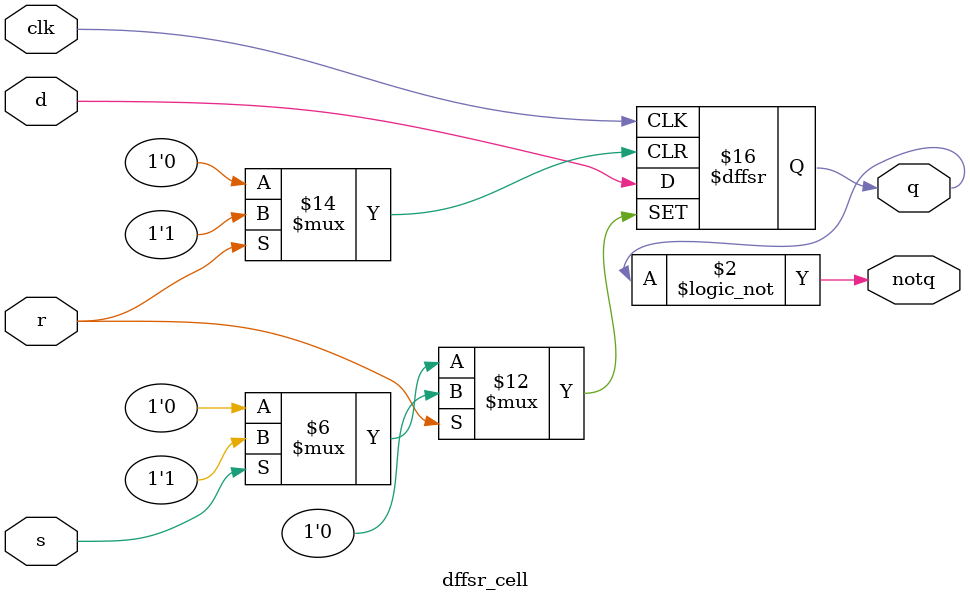
<source format=sv>
`define default_netname none


module tt_ngaertne (
    input  logic [7:0] io_in,
    output logic [7:0] io_out
);
  logic clock, reset;
  assign clock = io_in[0];  //clock
  assign reset = io_in[1];  //reset to clear everything
  typedef enum logic [3:0] {
    LOAD = 4'd0, //loads a value from data file into operation register
    STORE = 4'd1, //stores value from operation register to data file
    ADD = 4'd2, //adds datac to operation register value
    MUL = 4'd3, //multiples operation register value by datac
    SUB = 4'd4, //subtracts datac from operation register value
    SHIFTL = 4'd5, //shifts operation register value left by datac or 3, 
    //whichever is less
    SHIFTR = 4'd6, //shifts operation register value right by datac or 3,
    //whichever is less
    JUMPTOIF = 4'd7, //jumps pc to data[value] if io_in[7] is a 1, else 
    //does nothing
    LOGICAND = 4'd8,
    //logical and between operation register value and datac
    LOGICOR = 4'd9,
    //logical or between operation register value and datac
    EQUALS = 4'd10,
    //equality check between operation register value and datac
    NEQ = 4'd11,
    //inequality check between operation register value and datac
    BITAND = 4'd12,
    //bitwise and between operation register value and datac    
    BITOR = 4'd13,
    //bitwise or between operation register value and datac
    LOGICNOT = 4'd14,
    //logical not on operation register value 
    BITNOT = 4'd15
    //bitwise not on operation register value
  } prog_t;
  //yosys doesn't like it if i enum directly instead of typedef w/ memories for 
  //some reason
  prog_t prog[15:0];  //program storage "file"
  logic [3:0] data[15:0];  //data storage :file
  enum logic [1:0] {
    LOADPROG = 2'd0, //loads a program into the program "file"
    LOADDATA = 2'd1, //loads data into the data "file"
    SETRUNPT = 2'd2, //designed to be used right before run, but can also be used to input additional data i guess
    RUNPROG  = 2'd3 //run the program
  } instruction;
  assign instruction = io_in[3:2];  //current instruction
  logic [3:0] pc;  //program counter
  logic [3:0] datac;
  prog_t progc;
  assign progc = prog[pc]; //prog at pc
  assign datac = data[pc]; //data at pc
  logic [3:0] regval;  //current value being operated on (accumulator)
  assign io_out = {regval, pc};
  logic [3:0] inputdata;
  logic lastdata3;  //input data
  assign inputdata = io_in[7:4];
  logic [3:0] npc;
  assign npc = pc+1;

  always_ff @(posedge clock) begin
    if (!reset) begin
      lastdata3 <= inputdata[3];
      case (instruction)

        LOADPROG: begin  //loads a program into the program "file"
          prog[pc] <= inputdata;
          pc <= npc;
        end
        LOADDATA: begin  //loads data into the data "file"
          data[pc] <= inputdata;
          pc <= npc;
        end
        SETRUNPT: begin //designed to be used right before run, but can also be used to input additional data i guess
          pc <= inputdata;
        end
        RUNPROG: begin  //run the program
          case (progc)
            LOAD: begin
              //loads a value from the data file
              regval <= datac;
              pc <= npc;
            end
            STORE: begin
              //stores a value into the data file
              data[datac] <= regval;
              pc <= npc;
            end
            ADD: begin
              //adds the value at the appropriate data address to the register
              regval <= regval + datac;
              pc <= npc;
            end
            SUB: begin
              //subtracts the value at the appropriate addr from the register
              regval <= regval - datac;
              pc <= npc;
            end
            MUL: begin
              //multiplies the register by the value at the appropriate addr
              pc <= npc;
              regval <= regval * datac;
            end
            SHIFTL: begin
              //shifts the register left by the value at the appropriate addr, 
              //or 3, whichever is less.
              pc <= npc;
              regval <= ((datac<4) ? regval<<datac : regval << 3);
            end
            SHIFTR: begin
              //shifts the register right by the value at the appropriate addr, 
              //or 3, whichever is less
              pc <= npc;
              regval <= ((datac<4) ? regval>>datac : regval >> 3);
            end
            JUMPTOIF: //jumps to value if input pin 7 is a one
              //not unconditional to avoid looping forever
              //weird external condition because of single-register/stack 
              //design due to space limits & effective max of 16 
              //microinstructions, which is theoretically circumventable
              //by serializing IO and reassembling, but that takes too much 
              //space
            begin
              pc <= (lastdata3) ? datac : npc;
              regval <= regval;
            end
            LOGICAND: begin
              //logical and between regval and datac
              pc <= npc;
              regval <= regval && datac;
            end
            LOGICOR: begin
              //logical or between regval and datac
              pc <= npc;
              regval <= regval || datac;
            end
            EQUALS: begin
              //equality check between regval and datac
              pc <= npc;
              regval <= (regval == datac);
            end
            NEQ: begin
              //inequality check between regval and datac
              pc <= npc;
              regval <= (regval != datac);
            end
            BITAND: begin
              //bitwise and between regval and datac
              pc <= npc;
              regval <= (regval & datac);
            end
            BITNOT: begin
              //bitwise inversion on regval
              pc<= npc;
              regval <= ~(regval);
            end
            BITOR: begin
              //bitwise or between regval and datac
              pc<= npc;
              regval <= (regval | datac);
            end
            LOGICNOT: begin
              //logical NOT on regval
              pc <= npc;
              regval <= !regval;
            end
          endcase
        end
      endcase
    end else begin
      pc <= 0;
      regval <= 0;
      data[0] <= 4'd0;
      data[1] <= 4'd0;
      data[2] <= 4'd0;
      data[3] <= 4'd0;
      data[4] <= 4'd0;
      data[5] <= 4'd0;
      data[6] <= 4'd0;
      data[7] <= 4'd0;
      data[8] <= 4'd0;
      data[9] <= 4'd0;
      data[10] <= 4'd0;
      data[11] <= 4'd0;
      data[12] <= 4'd0;
      data[13] <= 4'd0;
      data[14] <= 4'd0;
      data[15] <= 4'd0;
      prog[0] <= 4'd0;
      prog[1] <= 4'd0;
      prog[2] <= 4'd0;
      prog[3] <= 4'd0;
      prog[4] <= 4'd0;
      prog[5] <= 4'd0;
      prog[6] <= 4'd0;
      prog[7] <= 4'd0;
      prog[8] <= 4'd0;
      prog[9] <= 4'd0;
      prog[10] <= 4'd0;
      prog[11] <= 4'd0;
      prog[12] <= 4'd0;
      prog[13] <= 4'd0;
      prog[14] <= 4'd0;
      prog[15] <= 4'd0;
      lastdata3 <= 1'd0;
    end
  end
endmodule



module tt_jrecta (
	input [7:0] io_in,
	output [7:0] io_out
);


  async_fifo #(.WIDTH(3), .DEPTH(8)) top
    (.rst(io_in[2]),

     .wclk(io_in[0]), .we(io_in[3]),
     .full(io_out[3]),
     .wdata(io_in[7:5]),

     .rclk(io_in[1]), .re(io_in[4]),
     .empty(io_out[4]),
     .rdata(io_out[7:5]));
endmodule

module async_fifo
  #(parameter WIDTH=4,
    parameter DEPTH=4)
  (input logic rst,
   input logic wclk, we,
   output logic full,
   input logic[WIDTH-1:0] wdata,
   input logic rclk, re,
   output logic empty,
   output logic[WIDTH-1:0] rdata);

  // extra bit for full detection
  parameter PTR_WIDTH = $clog2(DEPTH)+1;

  logic [PTR_WIDTH-1:0] wptr, wptr_gray, rptr, rptr_gray;
  logic [WIDTH-1:0] data[DEPTH-1:0];

  // store data
  always_ff @(posedge wclk)
    if(we & ~full)
      data[wptr[PTR_WIDTH-2:0]] <= wdata;
  assign rdata = data[rptr[PTR_WIDTH-2:0]];

  // all logic in write domain
  write_half #(PTR_WIDTH) frontend
    (.rst, .wclk, .we,
     .rptr_gray,
     .wptr, .wptr_gray,
     .full);

  // all logic in read domain
  read_half #(PTR_WIDTH) backend
    (.rst, .rclk, .re,
     .wptr_gray,
     .rptr, .rptr_gray,
     .empty);
endmodule: async_fifo

module read_half
  #(parameter PTR_WIDTH)
  (input logic rst, rclk, re,
   input logic [PTR_WIDTH-1:0] wptr_gray,
   output logic [PTR_WIDTH-1:0] rptr, rptr_gray,
   output logic empty);

  logic [PTR_WIDTH-1:0] wptr_gray1, wptr_gray2;

  // rptr counter
  reg_ar #(PTR_WIDTH) rptr_reg
    (.rst, .clk(rclk), .en(re & ~empty),
     .d(rptr + (PTR_WIDTH)'(1)), .q(rptr));

  // sync wptr_gray
  reg_ar #(2*PTR_WIDTH) wptr_gray_sync
    (.rst, .clk(rclk), .en('1),
     .d({wptr_gray, wptr_gray1}), .q({wptr_gray1, wptr_gray2}));

  // generate gray code
  bin2gray #(PTR_WIDTH) rptr_b2g
    (.binary(rptr), .gray(rptr_gray));

  // empty is easy to check
  assign empty = wptr_gray2 == rptr_gray;
endmodule

module write_half
  #(parameter PTR_WIDTH)
  (input logic rst, wclk, we,
   input logic [PTR_WIDTH-1:0] rptr_gray,
   output logic [PTR_WIDTH-1:0] wptr, wptr_gray,
   output logic full);

  logic [PTR_WIDTH-1:0] rptr_gray1, rptr_gray2;

  // wptr counter
  reg_ar #(PTR_WIDTH) wptr_reg
    (.rst, .clk(wclk), .en(we & ~full),
     .d(wptr + (PTR_WIDTH)'(1)), .q(wptr));

  // sync rptr_gray
  reg_ar #(2*PTR_WIDTH) rptr_gray_sync
    (.rst, .clk(wclk), .en('1),
     .d({rptr_gray, rptr_gray1}), .q({rptr_gray1, rptr_gray2}));

  // generate gray code
  bin2gray #(PTR_WIDTH) wptr_b2g
    (.binary(wptr), .gray(wptr_gray));

  // grey code math...
  if(PTR_WIDTH > 2)
    assign full = rptr_gray2[PTR_WIDTH-1 -: 2] == ~wptr_gray[PTR_WIDTH-1 -: 2]
                  && rptr_gray2[0 +: (PTR_WIDTH-2)] == wptr_gray[0 +: (PTR_WIDTH-2)];
  else
    assign full = rptr_gray2 == ~wptr_gray;
endmodule

module reg_ar
  #(parameter WIDTH)
  (input logic clk, rst, en,
   input logic[WIDTH-1:0] d,
   output logic[WIDTH-1:0] q);
  always_ff @(posedge clk, posedge rst)
    if(rst)
      q <= '0;
    else if(en)
      q <= d;
endmodule // reg_ar

module gray2bin
  #(parameter WIDTH)
  (input logic[WIDTH-1:0] gray,
   output logic[WIDTH-1:0] binary);

  generate for(genvar i = 0; i < WIDTH-1; i++)
    assign binary[i] = gray[i] ^ binary[i+1];
  endgenerate
  assign binary[WIDTH-1] = gray[WIDTH-1];
endmodule // gray2bin

module bin2gray
  #(parameter WIDTH)
  (input logic[WIDTH-1:0] binary,
   output logic [WIDTH-1:0] gray);

  assign gray = binary ^ (binary >> 1);
endmodule // bin2gray

module tt_sophiali (
  input logic [7:0] io_in,
  output logic [7:0] io_out  
);
  
  logic clock, reset, en;
  logic [2:0] in;
  logic [1:0] arithOp;
  
  always_comb begin
    clock = io_in[0];
    reset = io_in[1];
    en = io_in[2];
    in = io_in[3:5];
    arithOp = io_in[6:7];
  end

  logic enable;
  enum logic {IDLE, GO} state, nextState;

  // ALU
  always_ff @(posedge clock, posedge reset) begin
    if (reset)
      io_out <= 0;
    else begin
      if (enable)
        unique case (arithOp)
          2'b00: io_out <= io_out + in;  // add
          2'b01: io_out <= io_out - in;  // subtract
          2'b10: io_out <= io_out ^ {5'b0, in};  // XOR per bit
          2'b11: io_out <= io_out << in;  // Left-shift per bit
        endcase
    end
  end

  // FF to ensure button for enable isn't continuously set
  always_ff @(posedge clock, posedge reset) begin
    if (reset)
      state <= IDLE;
    else begin
      state <= nextState; 
    end
  end

  assign enable = (state == IDLE && nextState == GO);
  always_comb begin
    if (state == IDLE) begin
      nextState = (en) ? GO : IDLE;
    end
    else
      nextState = (en) ? GO : IDLE;
  end

endmodule

module tt_mgee3 (
  input [7:0] io_in,
  output [7:0] io_out
);
  wire net1 = io_in[0];
  wire net2 = io_in[1];
  wire net3 = io_in[2];
  wire net4 = io_in[3];
  wire net5 = io_in[4];
  wire net6 = io_in[5];
  wire net7 = 1'b1;
  wire net8;
  wire net9 = 1'b0;
  wire net10;
  wire net11;
  wire net12;
  wire net13;
  wire net14;
  wire net15;
  wire net16;
  wire net17;
  wire net18;
  wire net19;
  wire net20;
  wire net21 = 1'b0;

  xor_cell gate11 (
    .a (net2),
    .b (net5),
    .out (net8)
  );
  xor_cell gate7 (
    .a (net8),
    .b (net10),
    .out (net11)
  );
  and_cell gate8 (
    .a (net8),
    .b (net10),
    .out (net12)
  );
  and_cell gate9 (
    .a (net2),
    .b (net5),
    .out (net13)
  );
  or_cell gate10 (
    .a (net12),
    .b (net13),
    .out (net14)
  );
  xor_cell gate1 (
    .a (net3),
    .b (net6),
    .out (net15)
  );
  xor_cell gate2 (
    .a (net15),
    .b (net14),
    .out (net16)
  );
  and_cell gate3 (
    .a (net15),
    .b (net14),
    .out (net17)
  );
  and_cell gate4 (
    .a (net3),
    .b (net6),
    .out (net18)
  );
  or_cell gate5 (
    .a (net17),
    .b (net18),
    .out (net19)
  );
  and_cell gate6 (
    .a (net1),
    .b (net4),
    .out (net10)
  );
  xor_cell gate12 (
    .a (net1),
    .b (net4),
    .out (net20)
  );
endmodule


module tt_jxlu (
    input logic [7:0] io_in,
    output logic [7:0] io_out
);
    logic clk;
    logic reset;
    logic [5:0] duty;
    logic pwm_signal;
	
	assign io_out = pwm_signal;
	assign clk = io_in[0];
	assign reset = io_in[1];
	assign duty = io_in[7:2];


    logic [5:0] counter;
    logic [5:0] active_duty;

    always_ff @(posedge clk) begin
        if (reset == 1) begin
            if (duty > 6'd50) begin
                active_duty <= 6'd50;
            end
            else begin
                active_duty <= duty;
            end

            counter <= 0;
        end
        else begin
            counter <= counter + 1'b1;

            if (counter == 49) begin
                counter <= 0;
            end

            if (counter >= active_duty) begin
                pwm_signal <= 1'b0;
            end
            else begin
                pwm_signal <= 1'b1;
            end
        end
    end

endmodule


`default_nettype none

module tt_qilins (
  input [7:0] io_in,
  output [7:0] io_out
);
  wire net1 = io_in[0];
  wire net2 = io_in[1];
  wire net3 = io_in[2];
  wire net4 = io_in[3];
  wire net5;
  wire net6;
  wire net7;
  wire net8;
  wire net9;
  wire net10;
  wire net11;
  wire net12;
  wire net13 = 1'b0;
  wire net14 = 1'b1;
  wire net15;
  wire net16;
  wire net17;
  wire net18;
  wire net19;
  wire net20;
  wire net21;
  wire net22;
  wire net23;
  wire net24;
  wire net25;
  wire net26;
  wire net27;
  wire net28;
  wire net29;
  wire net30;
  wire net31;
  wire net32;
  wire net33;
  wire net34;
  wire net35;
  wire net36;
  wire net37;
  wire net38;
  wire net39;
  wire net40;
  wire net41;
  wire net42;
  wire net43;
  wire net44;
  wire net45;
  wire net46;
  wire net47;
  wire net48;
  wire net49;
  wire net50;
  wire net51;
  wire net52;
  wire net53;
  wire net54;
  wire net55;
  wire net56;
  wire net57;
  wire net58;
  wire net59;
  wire net60;
  wire net61;
  wire net62;
  wire net63;
  wire net64;
  wire net65;
  wire net66;
  wire net67;
  wire net68;
  wire net69;
  wire net70;
  wire net71;
  wire net72;
  wire net73;
  wire net74;
  wire net75;
  wire net76;
  wire net77;
  wire net78;
  wire net79;
  wire net80;
  wire net81;
  wire net82;
  wire net83;
  wire net84;
  wire net85;
  wire net86;

  assign io_out[0] = net5;
  assign io_out[1] = net6;
  assign io_out[2] = net7;
  assign io_out[3] = net8;
  assign io_out[4] = net9;
  assign io_out[5] = net10;
  assign io_out[6] = net11;
  assign io_out[7] = net12;

  not_cell gate7 (
    .in (net1),
    .out (net15)
  );
  not_cell gate8 (
    .in (net2),
    .out (net16)
  );
  not_cell gate9 (
    .in (net3),
    .out (net17)
  );
  not_cell gate10 (
    .in (net4),
    .out (net18)
  );
  and_cell gate11 (
    .a (net15),
    .b (net2),
    .out (net19)
  );
  and_cell gate14 (
    .a (net17),
    .b (net19),
    .out (net20)
  );
  and_cell gate12 (
    .a (net17),
    .b (net18),
    .out (net21)
  );
  and_cell gate15 (
    .a (net2),
    .b (net18),
    .out (net22)
  );
  and_cell gate16 (
    .a (net1),
    .b (net16),
    .out (net23)
  );
  and_cell gate17 (
    .a (net1),
    .b (net3),
    .out (net24)
  );
  or_cell gate18 (
    .a (net20),
    .b (net21),
    .out (net25)
  );
  or_cell gate19 (
    .a (net22),
    .b (net23),
    .out (net26)
  );
  or_cell gate20 (
    .a (net25),
    .b (net27),
    .out (net10)
  );
  or_cell gate21 (
    .a (net26),
    .b (net24),
    .out (net27)
  );
  and_cell gate22 (
    .a (net1),
    .b (net16),
    .out (net28)
  );
  and_cell gate23 (
    .a (net17),
    .b (net28),
    .out (net29)
  );
  and_cell gate24 (
    .a (net15),
    .b (net2),
    .out (net30)
  );
  and_cell gate25 (
    .a (net30),
    .b (net4),
    .out (net31)
  );
  and_cell gate26 (
    .a (net1),
    .b (net18),
    .out (net32)
  );
  and_cell gate27 (
    .a (net15),
    .b (net3),
    .out (net33)
  );
  and_cell gate28 (
    .a (net2),
    .b (net3),
    .out (net34)
  );
  and_cell gate29 (
    .a (net16),
    .b (net18),
    .out (net35)
  );
  or_cell gate30 (
    .a (net29),
    .b (net31),
    .out (net36)
  );
  or_cell gate31 (
    .a (net32),
    .b (net33),
    .out (net37)
  );
  or_cell gate32 (
    .a (net34),
    .b (net35),
    .out (net38)
  );
  or_cell gate33 (
    .a (net36),
    .b (net37),
    .out (net39)
  );
  or_cell gate34 (
    .a (net39),
    .b (net38),
    .out (net5)
  );
  and_cell gate13 (
    .a (net15),
    .b (net17),
    .out (net40)
  );
  and_cell gate35 (
    .a (net18),
    .b (net40),
    .out (net41)
  );
  and_cell gate36 (
    .a (net15),
    .b (net3),
    .out (net42)
  );
  and_cell gate37 (
    .a (net4),
    .b (net42),
    .out (net43)
  );
  and_cell gate38 (
    .a (net1),
    .b (net17),
    .out (net44)
  );
  and_cell gate39 (
    .a (net4),
    .b (net44),
    .out (net45)
  );
  and_cell gate40 (
    .a (net16),
    .b (net17),
    .out (net46)
  );
  and_cell gate41 (
    .a (net16),
    .b (net18),
    .out (net47)
  );
  or_cell gate42 (
    .a (net41),
    .b (net43),
    .out (net48)
  );
  or_cell gate43 (
    .a (net45),
    .b (net46),
    .out (net49)
  );
  or_cell gate44 (
    .a (net48),
    .b (net49),
    .out (net50)
  );
  or_cell gate45 (
    .a (net50),
    .b (net47),
    .out (net6)
  );
  and_cell gate46 (
    .a (net15),
    .b (net17),
    .out (net51)
  );
  and_cell gate47 (
    .a (net15),
    .b (net4),
    .out (net52)
  );
  and_cell gate48 (
    .a (net17),
    .b (net4),
    .out (net53)
  );
  and_cell gate49 (
    .a (net15),
    .b (net2),
    .out (net54)
  );
  and_cell gate50 (
    .a (net1),
    .b (net16),
    .out (net55)
  );
  or_cell gate51 (
    .a (net51),
    .b (net52),
    .out (net56)
  );
  or_cell gate52 (
    .a (net53),
    .b (net54),
    .out (net57)
  );
  or_cell gate53 (
    .a (net58),
    .b (net55),
    .out (net7)
  );
  or_cell gate54 (
    .a (net56),
    .b (net57),
    .out (net58)
  );
  and_cell gate55 (
    .a (net15),
    .b (net16),
    .out (net59)
  );
  and_cell gate56 (
    .a (net59),
    .b (net18),
    .out (net60)
  );
  and_cell gate57 (
    .a (net16),
    .b (net3),
    .out (net61)
  );
  and_cell gate58 (
    .a (net61),
    .b (net4),
    .out (net62)
  );
  and_cell gate59 (
    .a (net2),
    .b (net17),
    .out (net63)
  );
  and_cell gate60 (
    .a (net63),
    .b (net4),
    .out (net64)
  );
  and_cell gate61 (
    .a (net2),
    .b (net3),
    .out (net65)
  );
  and_cell gate62 (
    .a (net65),
    .b (net18),
    .out (net66)
  );
  and_cell gate63 (
    .a (net1),
    .b (net17),
    .out (net67)
  );
  or_cell gate64 (
    .a (net60),
    .b (net62),
    .out (net68)
  );
  or_cell gate65 (
    .a (net68),
    .b (net69),
    .out (net70)
  );
  or_cell gate66 (
    .a (net64),
    .b (net66),
    .out (net69)
  );
  or_cell gate68 (
    .a (net70),
    .b (net67),
    .out (net8)
  );
  and_cell gate67 (
    .a (net16),
    .b (net18),
    .out (net71)
  );
  and_cell gate69 (
    .a (net3),
    .b (net18),
    .out (net72)
  );
  and_cell gate70 (
    .a (net1),
    .b (net3),
    .out (net73)
  );
  and_cell gate71 (
    .a (net1),
    .b (net2),
    .out (net74)
  );
  or_cell gate72 (
    .a (net71),
    .b (net72),
    .out (net75)
  );
  or_cell gate73 (
    .a (net73),
    .b (net74),
    .out (net76)
  );
  or_cell gate74 (
    .a (net75),
    .b (net76),
    .out (net9)
  );
  and_cell gate75 (
    .a (net15),
    .b (net2),
    .out (net77)
  );
  and_cell gate76 (
    .a (net77),
    .b (net17),
    .out (net78)
  );
  and_cell gate77 (
    .a (net16),
    .b (net3),
    .out (net79)
  );
  and_cell gate78 (
    .a (net3),
    .b (net18),
    .out (net80)
  );
  and_cell gate79 (
    .a (net1),
    .b (net16),
    .out (net81)
  );
  and_cell gate80 (
    .a (net1),
    .b (net4),
    .out (net82)
  );
  or_cell gate81 (
    .a (net78),
    .b (net79),
    .out (net83)
  );
  or_cell gate82 (
    .a (net80),
    .b (net81),
    .out (net84)
  );
  or_cell gate83 (
    .a (net85),
    .b (net82),
    .out (net11)
  );
  or_cell gate84 (
    .a (net83),
    .b (net84),
    .out (net85)
  );
  and_cell gate85 (
    .a (net1),
    .b (net86),
    .out (net12)
  );
  nand_cell gate87 (
    .a (net17),
    .b (net16),
    .out (net86)
  );
endmodule


module buffer_cell (
    input wire in,
    output wire out
    );
    assign out = in;
endmodule

module and_cell (
    input wire a,
    input wire b,
    output wire out
    );

    assign out = a & b;
endmodule

module or_cell (
    input wire a,
    input wire b,
    output wire out
    );

    assign out = a | b;
endmodule

module xor_cell (
    input wire a,
    input wire b,
    output wire out
    );

    assign out = a ^ b;
endmodule

module nand_cell (
    input wire a,
    input wire b,
    output wire out
    );

    assign out = !(a&b);
endmodule

module not_cell (
    input wire in,
    output wire out
    );

    assign out = !in;
endmodule

module mux_cell (
    input wire a,
    input wire b,
    input wire sel,
    output wire out
    );

    assign out = sel ? b : a;
endmodule

module dff_cell (
    input wire clk,
    input wire d,
    output reg q,
    output wire notq
    );

    assign notq = !q;
    always @(posedge clk)
        q <= d;

endmodule

module dffsr_cell (
    input wire clk,
    input wire d,
    input wire s,
    input wire r,
    output reg q,
    output wire notq
    );

    assign notq = !q;

    always @(posedge clk or posedge s or posedge r) begin
        if (r)
            q <= 0;
        else if (s)
            q <= 1;
        else
            q <= d;
    end
endmodule

</source>
